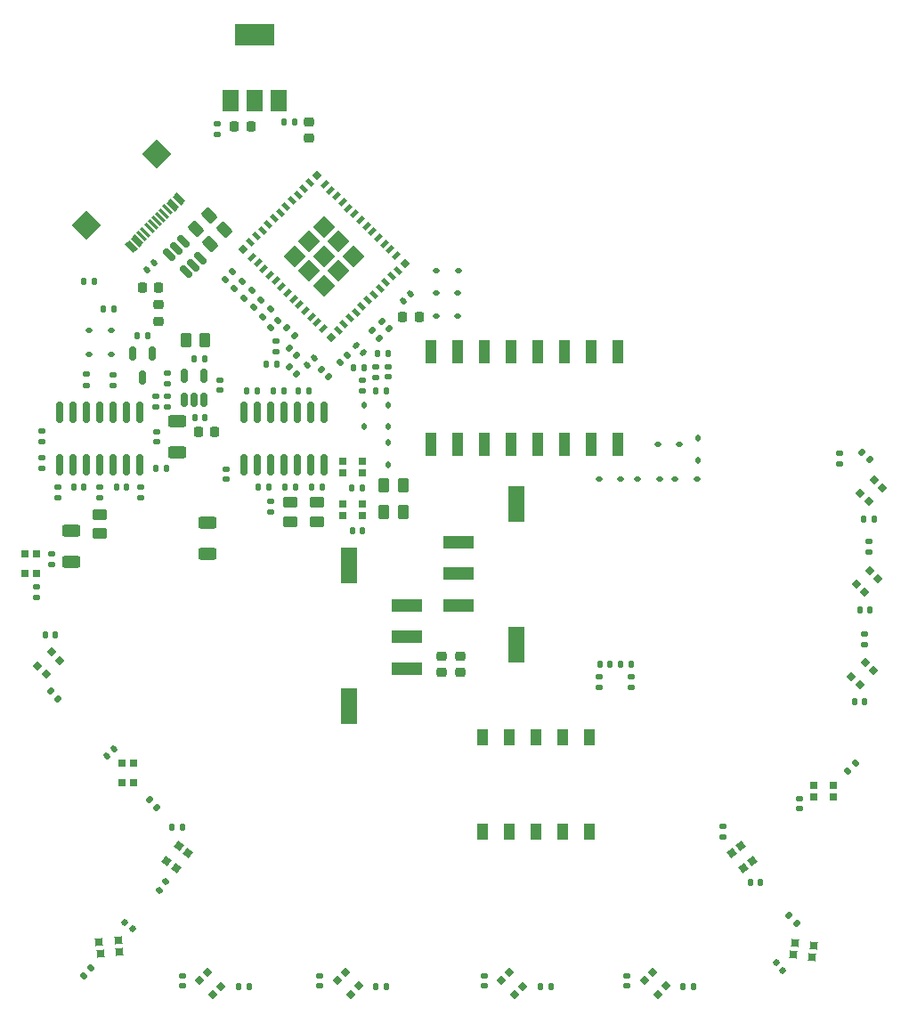
<source format=gbp>
G04 #@! TF.GenerationSoftware,KiCad,Pcbnew,7.0.9*
G04 #@! TF.CreationDate,2023-12-10T17:01:55-06:00*
G04 #@! TF.ProjectId,Sleigh_Controller_Ornament_2023,536c6569-6768-45f4-936f-6e74726f6c6c,rev?*
G04 #@! TF.SameCoordinates,Original*
G04 #@! TF.FileFunction,Paste,Bot*
G04 #@! TF.FilePolarity,Positive*
%FSLAX46Y46*%
G04 Gerber Fmt 4.6, Leading zero omitted, Abs format (unit mm)*
G04 Created by KiCad (PCBNEW 7.0.9) date 2023-12-10 17:01:55*
%MOMM*%
%LPD*%
G01*
G04 APERTURE LIST*
G04 Aperture macros list*
%AMRoundRect*
0 Rectangle with rounded corners*
0 $1 Rounding radius*
0 $2 $3 $4 $5 $6 $7 $8 $9 X,Y pos of 4 corners*
0 Add a 4 corners polygon primitive as box body*
4,1,4,$2,$3,$4,$5,$6,$7,$8,$9,$2,$3,0*
0 Add four circle primitives for the rounded corners*
1,1,$1+$1,$2,$3*
1,1,$1+$1,$4,$5*
1,1,$1+$1,$6,$7*
1,1,$1+$1,$8,$9*
0 Add four rect primitives between the rounded corners*
20,1,$1+$1,$2,$3,$4,$5,0*
20,1,$1+$1,$4,$5,$6,$7,0*
20,1,$1+$1,$6,$7,$8,$9,0*
20,1,$1+$1,$8,$9,$2,$3,0*%
%AMRotRect*
0 Rectangle, with rotation*
0 The origin of the aperture is its center*
0 $1 length*
0 $2 width*
0 $3 Rotation angle, in degrees counterclockwise*
0 Add horizontal line*
21,1,$1,$2,0,0,$3*%
G04 Aperture macros list end*
%ADD10RotRect,0.400000X0.800000X45.000000*%
%ADD11RotRect,0.400000X0.800000X135.000000*%
%ADD12RotRect,1.450000X1.450000X135.000000*%
%ADD13RotRect,0.700000X0.700000X135.000000*%
%ADD14RotRect,0.300000X1.078000X45.000000*%
%ADD15RotRect,0.300000X1.150000X45.000000*%
%ADD16RotRect,2.000000X2.000000X45.000000*%
%ADD17R,2.920000X1.270000*%
%ADD18R,1.650000X3.430000*%
%ADD19RoundRect,0.135000X0.185000X-0.135000X0.185000X0.135000X-0.185000X0.135000X-0.185000X-0.135000X0*%
%ADD20RoundRect,0.112500X-0.112500X0.187500X-0.112500X-0.187500X0.112500X-0.187500X0.112500X0.187500X0*%
%ADD21RoundRect,0.250000X-0.625000X0.312500X-0.625000X-0.312500X0.625000X-0.312500X0.625000X0.312500X0*%
%ADD22RoundRect,0.135000X0.135000X0.185000X-0.135000X0.185000X-0.135000X-0.185000X0.135000X-0.185000X0*%
%ADD23RotRect,0.700000X0.700000X225.000000*%
%ADD24RotRect,0.700000X0.700000X45.000000*%
%ADD25RoundRect,0.225000X-0.225000X-0.250000X0.225000X-0.250000X0.225000X0.250000X-0.225000X0.250000X0*%
%ADD26RoundRect,0.140000X-0.170000X0.140000X-0.170000X-0.140000X0.170000X-0.140000X0.170000X0.140000X0*%
%ADD27RoundRect,0.140000X-0.220122X0.006812X-0.048894X-0.214731X0.220122X-0.006812X0.048894X0.214731X0*%
%ADD28RoundRect,0.150000X-0.468458X0.256326X0.256326X-0.468458X0.468458X-0.256326X-0.256326X0.468458X0*%
%ADD29RoundRect,0.250000X0.262500X0.450000X-0.262500X0.450000X-0.262500X-0.450000X0.262500X-0.450000X0*%
%ADD30RoundRect,0.135000X-0.035355X0.226274X-0.226274X0.035355X0.035355X-0.226274X0.226274X-0.035355X0*%
%ADD31RoundRect,0.140000X-0.140000X-0.170000X0.140000X-0.170000X0.140000X0.170000X-0.140000X0.170000X0*%
%ADD32RoundRect,0.135000X-0.185000X0.135000X-0.185000X-0.135000X0.185000X-0.135000X0.185000X0.135000X0*%
%ADD33RotRect,0.700000X0.700000X52.200000*%
%ADD34RotRect,0.700000X0.700000X232.200000*%
%ADD35RoundRect,0.135000X0.035355X-0.226274X0.226274X-0.035355X-0.035355X0.226274X-0.226274X0.035355X0*%
%ADD36RoundRect,0.250000X-0.132583X0.503814X-0.503814X0.132583X0.132583X-0.503814X0.503814X-0.132583X0*%
%ADD37RoundRect,0.140000X0.140000X0.170000X-0.140000X0.170000X-0.140000X-0.170000X0.140000X-0.170000X0*%
%ADD38RoundRect,0.135000X-0.226274X-0.035355X-0.035355X-0.226274X0.226274X0.035355X0.035355X0.226274X0*%
%ADD39RoundRect,0.135000X0.226274X0.035355X0.035355X0.226274X-0.226274X-0.035355X-0.035355X-0.226274X0*%
%ADD40RoundRect,0.135000X-0.135000X-0.185000X0.135000X-0.185000X0.135000X0.185000X-0.135000X0.185000X0*%
%ADD41RoundRect,0.112500X-0.187500X-0.112500X0.187500X-0.112500X0.187500X0.112500X-0.187500X0.112500X0*%
%ADD42RoundRect,0.250000X-0.450000X0.262500X-0.450000X-0.262500X0.450000X-0.262500X0.450000X0.262500X0*%
%ADD43RoundRect,0.135000X0.063436X-0.220059X0.228921X-0.006717X-0.063436X0.220059X-0.228921X0.006717X0*%
%ADD44RotRect,0.700000X0.700000X307.700000*%
%ADD45RotRect,0.700000X0.700000X127.700000*%
%ADD46RoundRect,0.150000X0.150000X-0.512500X0.150000X0.512500X-0.150000X0.512500X-0.150000X-0.512500X0*%
%ADD47RotRect,0.700000X0.700000X315.000000*%
%ADD48RoundRect,0.225000X-0.250000X0.225000X-0.250000X-0.225000X0.250000X-0.225000X0.250000X0.225000X0*%
%ADD49RoundRect,0.112500X0.187500X0.112500X-0.187500X0.112500X-0.187500X-0.112500X0.187500X-0.112500X0*%
%ADD50RoundRect,0.140000X-0.021213X0.219203X-0.219203X0.021213X0.021213X-0.219203X0.219203X-0.021213X0*%
%ADD51R,1.100000X1.500000*%
%ADD52R,0.700000X0.700000*%
%ADD53R,1.500000X2.000000*%
%ADD54R,3.800000X2.000000*%
%ADD55RoundRect,0.140000X0.219203X0.021213X0.021213X0.219203X-0.219203X-0.021213X-0.021213X-0.219203X0*%
%ADD56RoundRect,0.250000X0.450000X-0.262500X0.450000X0.262500X-0.450000X0.262500X-0.450000X-0.262500X0*%
%ADD57RoundRect,0.150000X0.150000X-0.825000X0.150000X0.825000X-0.150000X0.825000X-0.150000X-0.825000X0*%
%ADD58RoundRect,0.140000X0.214816X0.048519X-0.006428X0.220133X-0.214816X-0.048519X0.006428X-0.220133X0*%
%ADD59RoundRect,0.225000X0.225000X0.250000X-0.225000X0.250000X-0.225000X-0.250000X0.225000X-0.250000X0*%
%ADD60RoundRect,0.140000X0.021213X-0.219203X0.219203X-0.021213X-0.021213X0.219203X-0.219203X0.021213X0*%
%ADD61RoundRect,0.150000X-0.150000X0.825000X-0.150000X-0.825000X0.150000X-0.825000X0.150000X0.825000X0*%
%ADD62RoundRect,0.250000X-0.262500X-0.450000X0.262500X-0.450000X0.262500X0.450000X-0.262500X0.450000X0*%
%ADD63RoundRect,0.150000X-0.150000X0.512500X-0.150000X-0.512500X0.150000X-0.512500X0.150000X0.512500X0*%
%ADD64RotRect,0.700000X0.700000X172.700000*%
%ADD65RotRect,0.700000X0.700000X352.700000*%
%ADD66R,1.100000X2.200000*%
%ADD67RoundRect,0.140000X0.170000X-0.140000X0.170000X0.140000X-0.170000X0.140000X-0.170000X-0.140000X0*%
%ADD68RotRect,0.700000X0.700000X7.200000*%
%ADD69RotRect,0.700000X0.700000X187.200000*%
%ADD70RoundRect,0.250000X0.625000X-0.312500X0.625000X0.312500X-0.625000X0.312500X-0.625000X-0.312500X0*%
G04 APERTURE END LIST*
D10*
X147458169Y-61359610D03*
X146892484Y-61925295D03*
X146326798Y-62490981D03*
X145761113Y-63056666D03*
X145195427Y-63622352D03*
X144629742Y-64188037D03*
X144064057Y-64753722D03*
X143498371Y-65319408D03*
X142932686Y-65885093D03*
X142367000Y-66450779D03*
X141801315Y-67016464D03*
D11*
X140387101Y-66875043D03*
X139821416Y-66309357D03*
X139255730Y-65743672D03*
X138690045Y-65177987D03*
X138124360Y-64612301D03*
X137558674Y-64046616D03*
X136992989Y-63480930D03*
X136427303Y-62915245D03*
X135861618Y-62349559D03*
X135295932Y-61783874D03*
X134730247Y-61218189D03*
X134164562Y-60652503D03*
X133598876Y-60086818D03*
D10*
X133457455Y-58672604D03*
X134023140Y-58106919D03*
X134588826Y-57541233D03*
X135154511Y-56975548D03*
X135720197Y-56409862D03*
X136285882Y-55844177D03*
X136851567Y-55278492D03*
X137417253Y-54712806D03*
X137982938Y-54147121D03*
X138548624Y-53581435D03*
X139114309Y-53015750D03*
D11*
X140528523Y-53157171D03*
X141094208Y-53722857D03*
X141659894Y-54288542D03*
X142225579Y-54854227D03*
X142791264Y-55419913D03*
X143356950Y-55985598D03*
X143922635Y-56551284D03*
X144488321Y-57116969D03*
X145054006Y-57682655D03*
X145619692Y-58248340D03*
X146185377Y-58814025D03*
X146751062Y-59379711D03*
X147316748Y-59945396D03*
D12*
X140457812Y-60016107D03*
X140457812Y-57223035D03*
X141854348Y-58619571D03*
X143250884Y-60016107D03*
X141854348Y-61412643D03*
X140457812Y-62809179D03*
X139061276Y-61412643D03*
X137664740Y-60016107D03*
X139061276Y-58619571D03*
D13*
X148165276Y-60723214D03*
X141164919Y-67723571D03*
X132750348Y-59309000D03*
X139750705Y-52308643D03*
D14*
X122020910Y-59209323D03*
X122586595Y-58643638D03*
D15*
X123480378Y-57698943D03*
X124187485Y-56991836D03*
X124541038Y-56638283D03*
X125248145Y-55931176D03*
D14*
X126192840Y-55037393D03*
X126758525Y-54471708D03*
X126546393Y-54683840D03*
X125980708Y-55249525D03*
D15*
X125601699Y-55577623D03*
X124894592Y-56284730D03*
X123833932Y-57345390D03*
X123126825Y-58052497D03*
D14*
X122798727Y-58431506D03*
X122233042Y-58997191D03*
D16*
X117841202Y-57037798D03*
X124587000Y-50292000D03*
D17*
X148336000Y-93187000D03*
X148336000Y-96187000D03*
X148336000Y-99187000D03*
D18*
X142856000Y-102822000D03*
X142856000Y-89412000D03*
D17*
X153289000Y-93187000D03*
X153289000Y-90187000D03*
X153289000Y-87187000D03*
D18*
X158769000Y-83552000D03*
X158769000Y-96962000D03*
D19*
X123063000Y-82934999D03*
X123063000Y-81914999D03*
D20*
X176022000Y-77309000D03*
X176022000Y-79409000D03*
D21*
X129413000Y-85344000D03*
X129413000Y-88269000D03*
D22*
X140335000Y-81915000D03*
X139315000Y-81915000D03*
D23*
X192770183Y-81264183D03*
X193548000Y-82042000D03*
D24*
X192253995Y-83336005D03*
X191476178Y-82558188D03*
D25*
X147955000Y-65786000D03*
X149505000Y-65786000D03*
D26*
X155702000Y-128425000D03*
X155702000Y-129385000D03*
D27*
X183515000Y-127127000D03*
X184102066Y-127886574D03*
D28*
X125735581Y-59896083D03*
X126407332Y-59224332D03*
X127079083Y-58552581D03*
X128687751Y-60161249D03*
X128016000Y-60833000D03*
X127344249Y-61504751D03*
D29*
X148002000Y-84328000D03*
X146177000Y-84328000D03*
D22*
X134114000Y-72771000D03*
X133094000Y-72771000D03*
D30*
X136103248Y-66080752D03*
X135382000Y-66802000D03*
D31*
X191417000Y-93599000D03*
X192377000Y-93599000D03*
D32*
X189484000Y-78738000D03*
X189484000Y-79758000D03*
D33*
X126386380Y-118158984D03*
X125517210Y-117484786D03*
D34*
X126638830Y-116038802D03*
X127508000Y-116713000D03*
D35*
X141986000Y-70104000D03*
X142707248Y-69382752D03*
D19*
X144145000Y-72771001D03*
X144145000Y-71751001D03*
D36*
X130957470Y-57510530D03*
X129667000Y-58801000D03*
D37*
X129103000Y-69721001D03*
X128143000Y-69721001D03*
D38*
X136926376Y-66822376D03*
X137647624Y-67543624D03*
D39*
X137881248Y-69428248D03*
X137160000Y-68707000D03*
D19*
X113665000Y-80139000D03*
X113665000Y-79119000D03*
D40*
X124456001Y-80137000D03*
X125476001Y-80137000D03*
D41*
X166590000Y-81153000D03*
X168690000Y-81153000D03*
D37*
X129159000Y-75311000D03*
X128199000Y-75311000D03*
D42*
X119126000Y-84558500D03*
X119126000Y-86383500D03*
D26*
X114554000Y-88321000D03*
X114554000Y-89281000D03*
D32*
X124460000Y-73275001D03*
X124460000Y-74295001D03*
D41*
X151130000Y-61341000D03*
X153230000Y-61341000D03*
D43*
X124782417Y-120290979D03*
X125407583Y-119485021D03*
D26*
X130556000Y-71783000D03*
X130556000Y-72743000D03*
D39*
X137881248Y-71206248D03*
X137160000Y-70485000D03*
D40*
X119503001Y-65024000D03*
X120523001Y-65024000D03*
D44*
X179239560Y-116713000D03*
X180109906Y-116040321D03*
D45*
X181229000Y-117488260D03*
X180358654Y-118160939D03*
D46*
X129032000Y-73658001D03*
X128082000Y-73658001D03*
X127132000Y-73658001D03*
X127132000Y-71383001D03*
X129032000Y-71383001D03*
D19*
X113665000Y-77664500D03*
X113665000Y-76644500D03*
D35*
X117602000Y-128397000D03*
X118323248Y-127675752D03*
D39*
X140929248Y-71460248D03*
X140208000Y-70739000D03*
D31*
X181020000Y-119550000D03*
X181980000Y-119550000D03*
D13*
X130683000Y-129413000D03*
X129905183Y-130190817D03*
D47*
X128611178Y-128896812D03*
X129388995Y-128118995D03*
D39*
X146664624Y-66908624D03*
X145943376Y-66187376D03*
D22*
X123702000Y-67564000D03*
X122682000Y-67564000D03*
D48*
X153416000Y-98018000D03*
X153416000Y-99568000D03*
D49*
X172373000Y-81153000D03*
X170273000Y-81153000D03*
D20*
X144272000Y-74134000D03*
X144272000Y-76234000D03*
D31*
X143157000Y-86106000D03*
X144117000Y-86106000D03*
D48*
X139065000Y-47231000D03*
X139065000Y-48781000D03*
D13*
X159385000Y-129413000D03*
X158607183Y-130190817D03*
D47*
X157313178Y-128896812D03*
X158090995Y-128118995D03*
D39*
X145755248Y-67777248D03*
X145034000Y-67056000D03*
D32*
X192278000Y-87120000D03*
X192278000Y-88140000D03*
D50*
X120481411Y-106848589D03*
X119802589Y-107527411D03*
D39*
X124587000Y-112395000D03*
X123865752Y-111673752D03*
D22*
X133354000Y-129413000D03*
X132334000Y-129413000D03*
D50*
X124291411Y-60620589D03*
X123612589Y-61299411D03*
D41*
X173829000Y-81153000D03*
X175929000Y-81153000D03*
D32*
X117856000Y-71241002D03*
X117856000Y-72261002D03*
D22*
X144272000Y-70612000D03*
X143252000Y-70612000D03*
D48*
X151638000Y-98018000D03*
X151638000Y-99568000D03*
D51*
X165735000Y-114681000D03*
X163195000Y-114681000D03*
X160655000Y-114681000D03*
X158115000Y-114681000D03*
X155575000Y-114681000D03*
X155575000Y-105781000D03*
X158115000Y-105781000D03*
X160655000Y-105781000D03*
X163195000Y-105781000D03*
X165735000Y-105781000D03*
D29*
X148002000Y-81788000D03*
X146177000Y-81788000D03*
D22*
X146562000Y-69215000D03*
X145542000Y-69215000D03*
D52*
X188875000Y-110321000D03*
X188875000Y-111421000D03*
X187045000Y-111421000D03*
X187045000Y-110321000D03*
D31*
X191798000Y-84963000D03*
X192758000Y-84963000D03*
D22*
X146431001Y-129413000D03*
X145411001Y-129413000D03*
D13*
X172989817Y-129397183D03*
X172212000Y-130175000D03*
D47*
X170917995Y-128880995D03*
X171695812Y-128103178D03*
D26*
X169291000Y-128425000D03*
X169291000Y-129385000D03*
D37*
X169644000Y-98806000D03*
X168684000Y-98806000D03*
D22*
X175641001Y-129413000D03*
X174621001Y-129413000D03*
D19*
X135380000Y-84331999D03*
X135380000Y-83311999D03*
D49*
X120210000Y-69342000D03*
X118110000Y-69342000D03*
D22*
X135257000Y-81915000D03*
X134237000Y-81915000D03*
D48*
X124714000Y-64630000D03*
X124714000Y-66180000D03*
D52*
X122385000Y-110034000D03*
X121285000Y-110034000D03*
X121285000Y-108204000D03*
X122385000Y-108204000D03*
D22*
X136654000Y-72771000D03*
X135634000Y-72771000D03*
D32*
X119126000Y-81914999D03*
X119126000Y-82934999D03*
D35*
X131064000Y-62189248D03*
X131785248Y-61468000D03*
D38*
X191643000Y-78613000D03*
X192364248Y-79334248D03*
D26*
X131191000Y-80264000D03*
X131191000Y-81224000D03*
D31*
X120706000Y-81915000D03*
X121666000Y-81915000D03*
D53*
X136144000Y-45212000D03*
X133844000Y-45212000D03*
D54*
X133844000Y-38912000D03*
D53*
X131544000Y-45212000D03*
D23*
X192389183Y-89900183D03*
X193167000Y-90678000D03*
D24*
X191872995Y-91972005D03*
X191095178Y-91194188D03*
D55*
X144230411Y-69173411D03*
X143551589Y-68494589D03*
D56*
X137287000Y-85217000D03*
X137287000Y-83392000D03*
D41*
X151096000Y-65659000D03*
X153196000Y-65659000D03*
D57*
X122936000Y-79824000D03*
X121666000Y-79824000D03*
X120396000Y-79824000D03*
X119126000Y-79824000D03*
X117856000Y-79824000D03*
X116586000Y-79824000D03*
X115316000Y-79824000D03*
X115316000Y-74874000D03*
X116586000Y-74874000D03*
X117856000Y-74874000D03*
X119126000Y-74874000D03*
X120396000Y-74874000D03*
X121666000Y-74874000D03*
X122936000Y-74874000D03*
D52*
X144070000Y-79460000D03*
X144070000Y-80560000D03*
X142240000Y-80560000D03*
X142240000Y-79460000D03*
D58*
X122301000Y-123952000D03*
X121542452Y-123363610D03*
D32*
X178435000Y-114173000D03*
X178435000Y-115193000D03*
D24*
X114021995Y-99719005D03*
X113244178Y-98941188D03*
D23*
X114538183Y-97647183D03*
X115316000Y-98425000D03*
D20*
X146558000Y-77724000D03*
X146558000Y-79824000D03*
D23*
X191921005Y-98654995D03*
X192698822Y-99432812D03*
D24*
X191404817Y-100726817D03*
X190627000Y-99949000D03*
D26*
X130302000Y-47427000D03*
X130302000Y-48387000D03*
D22*
X139067000Y-72771000D03*
X138047000Y-72771000D03*
D19*
X169672000Y-100967000D03*
X169672000Y-99947000D03*
D22*
X137797000Y-81915000D03*
X136777000Y-81915000D03*
D49*
X174278000Y-77851000D03*
X172178000Y-77851000D03*
D59*
X124714000Y-62992000D03*
X123164000Y-62992000D03*
D31*
X143129000Y-82042000D03*
X144089000Y-82042000D03*
D19*
X120396000Y-72265000D03*
X120396000Y-71245000D03*
X113157000Y-92459999D03*
X113157000Y-91439999D03*
D37*
X137640000Y-47244000D03*
X136680000Y-47244000D03*
D30*
X133583624Y-63266376D03*
X132862376Y-63987624D03*
D32*
X125603000Y-73277000D03*
X125603000Y-74297000D03*
D20*
X146558000Y-74134000D03*
X146558000Y-76234000D03*
D13*
X143783911Y-129397183D03*
X143006094Y-130175000D03*
D47*
X141712089Y-128880995D03*
X142489906Y-128103178D03*
D52*
X113157000Y-90170000D03*
X112057000Y-90170000D03*
X112057000Y-88340000D03*
X113157000Y-88340000D03*
D37*
X114907000Y-96012000D03*
X113947000Y-96012000D03*
D41*
X151096000Y-63500000D03*
X153196000Y-63500000D03*
D60*
X147996589Y-64220411D03*
X148675411Y-63541589D03*
D19*
X145415000Y-71504999D03*
X145415000Y-70484999D03*
D49*
X120210000Y-67056000D03*
X118110000Y-67056000D03*
D25*
X131940000Y-47625000D03*
X133490000Y-47625000D03*
D22*
X118620000Y-62357000D03*
X117600000Y-62357000D03*
D19*
X135890000Y-69091999D03*
X135890000Y-68071999D03*
D38*
X184678376Y-122702376D03*
X185399624Y-123423624D03*
D37*
X135961000Y-70231000D03*
X135001000Y-70231000D03*
D19*
X125603000Y-72138000D03*
X125603000Y-71118000D03*
D21*
X116459000Y-86106000D03*
X116459000Y-89031000D03*
D52*
X144070000Y-83524000D03*
X144070000Y-84624000D03*
X142240000Y-84624000D03*
X142240000Y-83524000D03*
D60*
X138852589Y-70316411D03*
X139531411Y-69637589D03*
D30*
X135361624Y-65044376D03*
X134640376Y-65765624D03*
D22*
X146435000Y-72771000D03*
X145415000Y-72771000D03*
D37*
X117602000Y-81915000D03*
X116642000Y-81915000D03*
D59*
X130048000Y-76708000D03*
X128498000Y-76708000D03*
D61*
X132840000Y-74874000D03*
X134110000Y-74874000D03*
X135380000Y-74874000D03*
X136650000Y-74874000D03*
X137920000Y-74874000D03*
X139190000Y-74874000D03*
X140460000Y-74874000D03*
X140460000Y-79824000D03*
X139190000Y-79824000D03*
X137920000Y-79824000D03*
X136650000Y-79824000D03*
X135380000Y-79824000D03*
X134110000Y-79824000D03*
X132840000Y-79824000D03*
D30*
X191008000Y-108204000D03*
X190286752Y-108925248D03*
D62*
X127334000Y-67943001D03*
X129159000Y-67943001D03*
D63*
X122240000Y-69220500D03*
X124140000Y-69220500D03*
X123190000Y-71495500D03*
D64*
X187028735Y-125526486D03*
X186888964Y-126617570D03*
D65*
X185073797Y-126385042D03*
X185213568Y-125293958D03*
D39*
X115189000Y-102067248D03*
X114467752Y-101346000D03*
D26*
X127000000Y-128425000D03*
X127000000Y-129385000D03*
D66*
X168402000Y-77851000D03*
X165862000Y-77851000D03*
X163322000Y-77851000D03*
X160782000Y-77851000D03*
X158242000Y-77851000D03*
X155702000Y-77851000D03*
X153162000Y-77851000D03*
X150622000Y-77851000D03*
X150622000Y-69051000D03*
X153162000Y-69051000D03*
X155702000Y-69051000D03*
X158242000Y-69051000D03*
X160782000Y-69051000D03*
X163322000Y-69051000D03*
X165862000Y-69051000D03*
X168402000Y-69051000D03*
D19*
X115189000Y-82933000D03*
X115189000Y-81913000D03*
D56*
X139827000Y-85217000D03*
X139827000Y-83392000D03*
D67*
X124587000Y-77668000D03*
X124587000Y-76708000D03*
D30*
X134472624Y-64135000D03*
X133751376Y-64856248D03*
D31*
X190909000Y-102362000D03*
X191869000Y-102362000D03*
D32*
X191897000Y-95883000D03*
X191897000Y-96903000D03*
D26*
X140081000Y-128425000D03*
X140081000Y-129385000D03*
X185674000Y-111562000D03*
X185674000Y-112522000D03*
D35*
X131953000Y-63078248D03*
X132674248Y-62357000D03*
D67*
X146558000Y-71445000D03*
X146558000Y-70485000D03*
D36*
X129560470Y-56113530D03*
X128270000Y-57404000D03*
D37*
X126972000Y-114300000D03*
X126012000Y-114300000D03*
D22*
X162052000Y-129413000D03*
X161032000Y-129413000D03*
D31*
X166680000Y-98806000D03*
X167640000Y-98806000D03*
D19*
X166624000Y-100967000D03*
X166624000Y-99947000D03*
D68*
X119215430Y-126340360D03*
X119077564Y-125249034D03*
D69*
X120893134Y-125019674D03*
X121031000Y-126111000D03*
D70*
X126492000Y-78613000D03*
X126492000Y-75688000D03*
M02*

</source>
